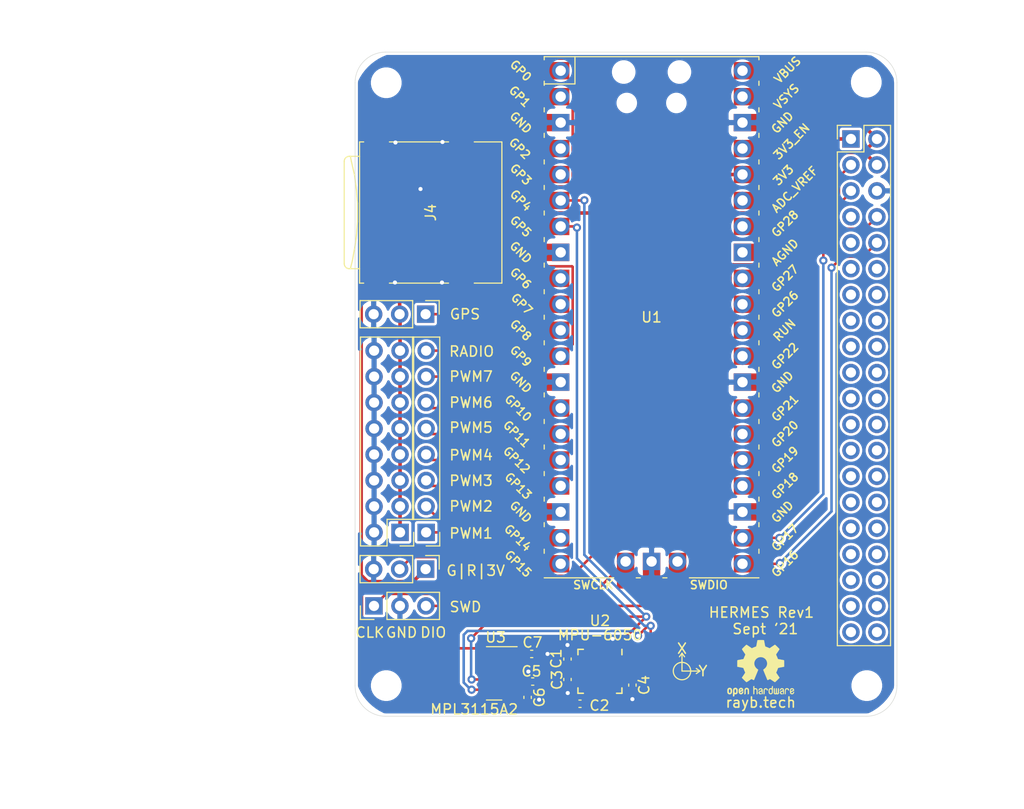
<source format=kicad_pcb>
(kicad_pcb (version 20171130) (host pcbnew "(5.1.10-1-10_14)")
  (layers (0 F.Cu signal) (31 B.Cu signal) (34 B.Paste user) (35 F.Paste user) (36 B.SilkS user) (37 F.SilkS user) (38 B.Mask user) (39 F.Mask user) (44 Edge.Cuts user))
  (net 0 "")
  (net 1 "Net-(U1-Pad24)")
  (net 2 "Net-(U1-Pad25)")
  (net 3 "Net-(U1-Pad26)")
  (net 4 "Net-(U1-Pad27)")
  (net 5 "Net-(U1-Pad29)")
  (net 6 "Net-(U1-Pad33)")
  (net 7 "Net-(U1-Pad34)")
  (net 8 "Net-(U1-Pad35)")
  (net 9 "Net-(U1-Pad37)")
  (net 10 "Net-(U1-Pad39)")
  (net 11 "Net-(J2-Pad40)")
  (net 12 "Net-(J2-Pad39)")
  (net 13 "Net-(J2-Pad38)")
  (net 14 "Net-(J2-Pad37)")
  (net 15 "Net-(J2-Pad36)")
  (net 16 "Net-(J2-Pad35)")
  (net 17 "Net-(J2-Pad34)")
  (net 18 "Net-(J2-Pad33)")
  (net 19 "Net-(J2-Pad32)")
  (net 20 "Net-(J2-Pad31)")
  (net 21 "Net-(J2-Pad30)")
  (net 22 "Net-(J2-Pad29)")
  (net 23 "Net-(J2-Pad28)")
  (net 24 "Net-(J2-Pad27)")
  (net 25 "Net-(J2-Pad26)")
  (net 26 "Net-(J2-Pad25)")
  (net 27 "Net-(J2-Pad24)")
  (net 28 "Net-(J2-Pad23)")
  (net 29 "Net-(J2-Pad22)")
  (net 30 "Net-(J2-Pad21)")
  (net 31 "Net-(J2-Pad20)")
  (net 32 "Net-(J2-Pad19)")
  (net 33 "Net-(J2-Pad18)")
  (net 34 "Net-(J2-Pad17)")
  (net 35 "Net-(J2-Pad16)")
  (net 36 "Net-(J2-Pad15)")
  (net 37 "Net-(J2-Pad14)")
  (net 38 "Net-(J2-Pad13)")
  (net 39 "Net-(J2-Pad12)")
  (net 40 "Net-(J2-Pad11)")
  (net 41 "Net-(J2-Pad9)")
  (net 42 "Net-(J2-Pad7)")
  (net 43 FC_RADIO)
  (net 44 FC_PWM7)
  (net 45 FC_PWM6)
  (net 46 FC_PWM5)
  (net 47 FC_PWM4)
  (net 48 FC_PWM3)
  (net 49 FC_PWM2)
  (net 50 FC_PWM1)
  (net 51 FC_UART0_TX)
  (net 52 FC_UART0_RX)
  (net 53 GND)
  (net 54 FC_I2C1_SCL)
  (net 55 +5V)
  (net 56 FC_I2C1_SDA)
  (net 57 +3V3)
  (net 58 FC_RESET)
  (net 59 FC_I2C0_SCL)
  (net 60 FC_I2C0_SDA)
  (net 61 FC_UART1_RX)
  (net 62 FC_SPI0_MOSI)
  (net 63 FC_SPI0_SCK)
  (net 64 FC_SPI0_CS)
  (net 65 FC_SPI0_MISO)
  (net 66 "Net-(J4-Pad1)")
  (net 67 "Net-(J4-Pad8)")
  (net 68 "Net-(C3-Pad2)")
  (net 69 "Net-(C4-Pad2)")
  (net 70 "Net-(C5-Pad1)")
  (net 71 "Net-(U2-Pad12)")
  (net 72 "Net-(U2-Pad9)")
  (net 73 "Net-(U2-Pad7)")
  (net 74 "Net-(U2-Pad6)")
  (net 75 "Net-(U3-Pad6)")
  (net 76 "Net-(U3-Pad5)")
  (net 77 FC_SWDIO)
  (net 78 FC_SWCLK)
  (net 79 FC_UART1_TX)
  (module Symbol:OSHW-Logo2_7.3x6mm_SilkScreen (layer F.Cu) (at 256.175 116.8)
    (fp_text reference REF** hide)
    (fp_text value OSHW-Logo2_7.3x6mm_SilkScreen hide)
  )
  (module MountingHole:MountingHole_2.5mm (layer F.Cu) (at 219.55 118.5)
    (fp_text reference H4)
    (fp_text value MountingHole)
    (pad 1 np_thru_hole circle (at 0 0) (size 2.5 2.5) (drill 2.5) (layers *.Cu *.Mask))
  )
  (module MountingHole:MountingHole_2.5mm (layer F.Cu) (at 219.55 59.5)
    (fp_text reference H3)
    (fp_text value MountingHole)
    (pad 1 np_thru_hole circle (at 0 0) (size 2.5 2.5) (drill 2.5) (layers *.Cu *.Mask))
  )
  (module MountingHole:MountingHole_2.5mm (layer F.Cu) (at 266.55 118.5)
    (fp_text reference H2)
    (fp_text value MountingHole)
    (pad 1 np_thru_hole circle (at 0 0) (size 2.5 2.5) (drill 2.5) (layers *.Cu *.Mask))
  )
  (module MountingHole:MountingHole_2.5mm (layer F.Cu) (at 266.5 59.45)
    (fp_text reference H1)
    (fp_text value MountingHole)
    (pad 1 np_thru_hole circle (at 0 0) (size 2.5 2.5) (drill 2.5) (layers *.Cu *.Mask))
  )
  (module Connector_PinHeader_2.54mm:PinHeader_1x03_P2.54mm_Vertical (layer F.Cu) (at 218.35 110.7 90)
    (fp_text reference J7)
    (fp_text value SWD_DEBUG)
    (pad 3 thru_hole oval (at 0 5.08 90) (size 1.7 1.7) (drill 1) (layers *.Cu *.Mask) (net 77 FC_SWDIO))
    (pad 2 thru_hole oval (at 0 2.54 90) (size 1.7 1.7) (drill 1) (layers *.Cu *.Mask) (net 53 GND))
    (pad 1 thru_hole rect (at 0 0 90) (size 1.7 1.7) (drill 1) (layers *.Cu *.Mask) (net 78 FC_SWCLK))
  )
  (module Package_LGA:NXP_LGA-8_3x5mm_P1.25mm_H1.1mm (layer F.Cu) (at 230.85 117.3 180)
    (fp_text reference U3 (at 0.6 3.525) (layer F.SilkS))
    (fp_text value MPL3115A2 (at 2.7 -3.525) (layer F.SilkS))
    (pad 8 smd roundrect (at 1.15 -1.875 180) (size 1.2 0.5) (layers F.Cu F.Paste F.Mask) (net 59 FC_I2C0_SCL))
    (pad 7 smd roundrect (at 1.15 -0.625 180) (size 1.2 0.5) (layers F.Cu F.Paste F.Mask) (net 60 FC_I2C0_SDA))
    (pad 6 smd roundrect (at 1.15 0.625 180) (size 1.2 0.5) (layers F.Cu F.Paste F.Mask) (net 75 "Net-(U3-Pad6)"))
    (pad 5 smd roundrect (at 1.15 1.875 180) (size 1.2 0.5) (layers F.Cu F.Paste F.Mask) (net 76 "Net-(U3-Pad5)"))
    (pad 4 smd roundrect (at -1.15 1.875 180) (size 1.2 0.5) (layers F.Cu F.Paste F.Mask) (net 57 +3V3))
    (pad 3 smd roundrect (at -1.15 0.625 180) (size 1.2 0.5) (layers F.Cu F.Paste F.Mask) (net 53 GND))
    (pad 2 smd roundrect (at -1.15 -0.625 180) (size 1.2 0.5) (layers F.Cu F.Paste F.Mask) (net 70 "Net-(C5-Pad1)"))
    (pad 1 smd roundrect (at -1.15 -1.875 180) (size 1.2 0.5) (layers F.Cu F.Paste F.Mask) (net 57 +3V3))
  )
  (module Sensor_Motion:InvenSense_QFN-24_4x4mm_P0.5mm (layer F.Cu) (at 240.45 117.1 270)
    (fp_text reference U2 (at -4.95 0 180) (layer F.SilkS))
    (fp_text value MPU-6050 (at -3.55 0 180) (layer F.SilkS))
    (pad 24 smd roundrect (at -1.25 -1.95) (size 0.85 0.3) (layers F.Cu F.Paste F.Mask) (net 60 FC_I2C0_SDA))
    (pad 23 smd roundrect (at -0.75 -1.95) (size 0.85 0.3) (layers F.Cu F.Paste F.Mask) (net 59 FC_I2C0_SCL))
    (pad 22 smd roundrect (at -0.25 -1.95) (size 0.85 0.3) (layers F.Cu F.Paste F.Mask))
    (pad 21 smd roundrect (at 0.25 -1.95) (size 0.85 0.3) (layers F.Cu F.Paste F.Mask))
    (pad 20 smd roundrect (at 0.75 -1.95) (size 0.85 0.3) (layers F.Cu F.Paste F.Mask) (net 69 "Net-(C4-Pad2)"))
    (pad 19 smd roundrect (at 1.25 -1.95) (size 0.85 0.3) (layers F.Cu F.Paste F.Mask))
    (pad 18 smd roundrect (at 1.95 -1.25 270) (size 0.85 0.3) (layers F.Cu F.Paste F.Mask) (net 53 GND))
    (pad 17 smd roundrect (at 1.95 -0.75 270) (size 0.85 0.3) (layers F.Cu F.Paste F.Mask))
    (pad 16 smd roundrect (at 1.95 -0.25 270) (size 0.85 0.3) (layers F.Cu F.Paste F.Mask))
    (pad 15 smd roundrect (at 1.95 0.25 270) (size 0.85 0.3) (layers F.Cu F.Paste F.Mask))
    (pad 14 smd roundrect (at 1.95 0.75 270) (size 0.85 0.3) (layers F.Cu F.Paste F.Mask))
    (pad 13 smd roundrect (at 1.95 1.25 270) (size 0.85 0.3) (layers F.Cu F.Paste F.Mask) (net 57 +3V3))
    (pad 12 smd roundrect (at 1.25 1.95) (size 0.85 0.3) (layers F.Cu F.Paste F.Mask) (net 71 "Net-(U2-Pad12)"))
    (pad 11 smd roundrect (at 0.75 1.95) (size 0.85 0.3) (layers F.Cu F.Paste F.Mask) (net 53 GND))
    (pad 10 smd roundrect (at 0.25 1.95) (size 0.85 0.3) (layers F.Cu F.Paste F.Mask) (net 68 "Net-(C3-Pad2)"))
    (pad 9 smd roundrect (at -0.25 1.95) (size 0.85 0.3) (layers F.Cu F.Paste F.Mask) (net 72 "Net-(U2-Pad9)"))
    (pad 8 smd roundrect (at -0.75 1.95) (size 0.85 0.3) (layers F.Cu F.Paste F.Mask) (net 57 +3V3))
    (pad 7 smd roundrect (at -1.25 1.95) (size 0.85 0.3) (layers F.Cu F.Paste F.Mask) (net 73 "Net-(U2-Pad7)"))
    (pad 6 smd roundrect (at -1.95 1.25 270) (size 0.85 0.3) (layers F.Cu F.Paste F.Mask) (net 74 "Net-(U2-Pad6)"))
    (pad 5 smd roundrect (at -1.95 0.75 270) (size 0.85 0.3) (layers F.Cu F.Paste F.Mask))
    (pad 4 smd roundrect (at -1.95 0.25 270) (size 0.85 0.3) (layers F.Cu F.Paste F.Mask))
    (pad 3 smd roundrect (at -1.95 -0.25 270) (size 0.85 0.3) (layers F.Cu F.Paste F.Mask))
    (pad 2 smd roundrect (at -1.95 -0.75 270) (size 0.85 0.3) (layers F.Cu F.Paste F.Mask))
    (pad 1 smd roundrect (at -1.95 -1.25 270) (size 0.85 0.3) (layers F.Cu F.Paste F.Mask) (net 53 GND))
  )
  (module Connector_PinHeader_2.54mm:PinHeader_1x03_P2.54mm_Vertical (layer F.Cu) (at 223.4 107.1 270)
    (fp_text reference J6)
    (fp_text value RESET_HEADER)
    (pad 3 thru_hole oval (at 0 5.08 270) (size 1.7 1.7) (drill 1) (layers *.Cu *.Mask) (net 53 GND))
    (pad 2 thru_hole oval (at 0 2.54 270) (size 1.7 1.7) (drill 1) (layers *.Cu *.Mask) (net 58 FC_RESET))
    (pad 1 thru_hole rect (at 0 0 270) (size 1.7 1.7) (drill 1) (layers *.Cu *.Mask) (net 57 +3V3))
  )
  (module Connector_PinHeader_2.54mm:PinHeader_1x03_P2.54mm_Vertical (layer F.Cu) (at 223.4 82.15 270)
    (fp_text reference J5)
    (fp_text value GPS_HEADER)
    (pad 3 thru_hole oval (at 0 5.08 270) (size 1.7 1.7) (drill 1) (layers *.Cu *.Mask) (net 53 GND))
    (pad 2 thru_hole oval (at 0 2.54 270) (size 1.7 1.7) (drill 1) (layers *.Cu *.Mask) (net 55 +5V))
    (pad 1 thru_hole rect (at 0 0 270) (size 1.7 1.7) (drill 1) (layers *.Cu *.Mask) (net 61 FC_UART1_RX))
  )
  (module Capacitor_SMD:C_0402_1005Metric (layer F.Cu) (at 233.775 115.4)
    (fp_text reference C7 (at 0.075 -1.125) (layer F.SilkS))
    (fp_text value 0.1uF)
    (pad 2 smd roundrect (at 0.48 0) (size 0.56 0.62) (layers F.Cu F.Paste F.Mask) (net 53 GND))
    (pad 1 smd roundrect (at -0.48 0) (size 0.56 0.62) (layers F.Cu F.Paste F.Mask) (net 57 +3V3))
  )
  (module Capacitor_SMD:C_0402_1005Metric (layer F.Cu) (at 233.375 119.65 90)
    (fp_text reference C6 (at 0 1.15 90) (layer F.SilkS))
    (fp_text value 10uF)
    (pad 2 smd roundrect (at 0.48 0 90) (size 0.56 0.62) (layers F.Cu F.Paste F.Mask) (net 57 +3V3))
    (pad 1 smd roundrect (at -0.48 0 90) (size 0.56 0.62) (layers F.Cu F.Paste F.Mask) (net 53 GND))
  )
  (module Capacitor_SMD:C_0402_1005Metric (layer F.Cu) (at 233.875 118.1)
    (fp_text reference C5 (at -0.125 -1) (layer F.SilkS))
    (fp_text value 0.1uF)
    (pad 2 smd roundrect (at 0.48 0) (size 0.56 0.62) (layers F.Cu F.Paste F.Mask) (net 53 GND))
    (pad 1 smd roundrect (at -0.48 0) (size 0.56 0.62) (layers F.Cu F.Paste F.Mask) (net 70 "Net-(C5-Pad1)"))
  )
  (module Capacitor_SMD:C_0402_1005Metric (layer F.Cu) (at 243.625 118.45 90)
    (fp_text reference C4 (at 0 1.15 90) (layer F.SilkS))
    (fp_text value 2200pF)
    (pad 2 smd roundrect (at 0.48 0 90) (size 0.56 0.62) (layers F.Cu F.Paste F.Mask) (net 69 "Net-(C4-Pad2)"))
    (pad 1 smd roundrect (at -0.48 0 90) (size 0.56 0.62) (layers F.Cu F.Paste F.Mask) (net 53 GND))
  )
  (module Capacitor_SMD:C_0402_1005Metric (layer F.Cu) (at 237.275 117.9 90)
    (fp_text reference C3 (at -0.05 -1.025 90) (layer F.SilkS))
    (fp_text value 0.1uF)
    (pad 2 smd roundrect (at 0.48 0 90) (size 0.56 0.62) (layers F.Cu F.Paste F.Mask) (net 68 "Net-(C3-Pad2)"))
    (pad 1 smd roundrect (at -0.48 0 90) (size 0.56 0.62) (layers F.Cu F.Paste F.Mask) (net 53 GND))
  )
  (module Capacitor_SMD:C_0402_1005Metric (layer F.Cu) (at 238.5 120.275 180)
    (fp_text reference C2 (at -1.9 -0.175) (layer F.SilkS))
    (fp_text value 0.1uF)
    (pad 2 smd roundrect (at 0.48 0 180) (size 0.56 0.62) (layers F.Cu F.Paste F.Mask) (net 53 GND))
    (pad 1 smd roundrect (at -0.48 0 180) (size 0.56 0.62) (layers F.Cu F.Paste F.Mask) (net 57 +3V3))
  )
  (module Capacitor_SMD:C_0402_1005Metric (layer F.Cu) (at 237.275 115.9 270)
    (fp_text reference C1 (at -0.05 1.1 90) (layer F.SilkS))
    (fp_text value 0.1uF)
    (pad 2 smd roundrect (at 0.48 0 270) (size 0.56 0.62) (layers F.Cu F.Paste F.Mask) (net 57 +3V3))
    (pad 1 smd roundrect (at -0.48 0 270) (size 0.56 0.62) (layers F.Cu F.Paste F.Mask) (net 53 GND))
  )
  (module Connector_Card:microSD_HC_Wuerth_693072010801 (layer F.Cu) (at 222.75 72.2 90)
    (fp_text reference J4 (at 0 1.15 90) (layer F.SilkS))
    (fp_text value Micro_SD_Card)
    (pad 1 smd rect (at -3.2 -1.55 90) (size 0.8 1.5) (layers F.Cu F.Paste F.Mask) (net 66 "Net-(J4-Pad1)"))
    (pad 2 smd rect (at -2.1 -1.55 90) (size 0.8 1.5) (layers F.Cu F.Paste F.Mask) (net 64 FC_SPI0_CS))
    (pad 3 smd rect (at -1 -1.55 90) (size 0.8 1.5) (layers F.Cu F.Paste F.Mask) (net 62 FC_SPI0_MOSI))
    (pad 4 smd rect (at 0.1 -1.55 90) (size 0.8 1.5) (layers F.Cu F.Paste F.Mask) (net 57 +3V3))
    (pad 5 smd rect (at 1.2 -1.55 90) (size 0.8 1.5) (layers F.Cu F.Paste F.Mask) (net 63 FC_SPI0_SCK))
    (pad 6 smd rect (at 2.3 -1.55 90) (size 0.8 1.5) (layers F.Cu F.Paste F.Mask) (net 53 GND))
    (pad 7 smd rect (at 3.4 -1.55 90) (size 0.8 1.5) (layers F.Cu F.Paste F.Mask) (net 65 FC_SPI0_MISO))
    (pad 8 smd rect (at 4.5 -1.55 90) (size 0.8 1.5) (layers F.Cu F.Paste F.Mask) (net 67 "Net-(J4-Pad8)"))
    (pad 9 smd rect (at 6.875 4.15 90) (size 1.45 2) (layers F.Cu F.Paste F.Mask) (net 53 GND))
    (pad 9 smd rect (at -6.875 4.15 90) (size 1.45 2) (layers F.Cu F.Paste F.Mask) (net 53 GND))
    (pad 9 smd rect (at -6.875 -4.15 90) (size 1.45 2) (layers F.Cu F.Paste F.Mask) (net 53 GND))
    (pad 9 smd rect (at 6.875 -4.15 90) (size 1.45 2) (layers F.Cu F.Paste F.Mask) (net 53 GND))
  )
  (module Connector_PinHeader_2.54mm:PinHeader_2x08_P2.54mm_Vertical (layer F.Cu) (at 220.9 103.5 180)
    (fp_text reference J3)
    (fp_text value Conn_02x08_Odd_Even)
    (pad 16 thru_hole oval (at 2.54 17.78 180) (size 1.7 1.7) (drill 1) (layers *.Cu *.Mask) (net 53 GND))
    (pad 15 thru_hole oval (at 0 17.78 180) (size 1.7 1.7) (drill 1) (layers *.Cu *.Mask) (net 55 +5V))
    (pad 14 thru_hole oval (at 2.54 15.24 180) (size 1.7 1.7) (drill 1) (layers *.Cu *.Mask) (net 53 GND))
    (pad 13 thru_hole oval (at 0 15.24 180) (size 1.7 1.7) (drill 1) (layers *.Cu *.Mask) (net 55 +5V))
    (pad 12 thru_hole oval (at 2.54 12.7 180) (size 1.7 1.7) (drill 1) (layers *.Cu *.Mask) (net 53 GND))
    (pad 11 thru_hole oval (at 0 12.7 180) (size 1.7 1.7) (drill 1) (layers *.Cu *.Mask) (net 55 +5V))
    (pad 10 thru_hole oval (at 2.54 10.16 180) (size 1.7 1.7) (drill 1) (layers *.Cu *.Mask) (net 53 GND))
    (pad 9 thru_hole oval (at 0 10.16 180) (size 1.7 1.7) (drill 1) (layers *.Cu *.Mask) (net 55 +5V))
    (pad 8 thru_hole oval (at 2.54 7.62 180) (size 1.7 1.7) (drill 1) (layers *.Cu *.Mask) (net 53 GND))
    (pad 7 thru_hole oval (at 0 7.62 180) (size 1.7 1.7) (drill 1) (layers *.Cu *.Mask) (net 55 +5V))
    (pad 6 thru_hole oval (at 2.54 5.08 180) (size 1.7 1.7) (drill 1) (layers *.Cu *.Mask) (net 53 GND))
    (pad 5 thru_hole oval (at 0 5.08 180) (size 1.7 1.7) (drill 1) (layers *.Cu *.Mask) (net 55 +5V))
    (pad 4 thru_hole oval (at 2.54 2.54 180) (size 1.7 1.7) (drill 1) (layers *.Cu *.Mask) (net 53 GND))
    (pad 3 thru_hole oval (at 0 2.54 180) (size 1.7 1.7) (drill 1) (layers *.Cu *.Mask) (net 55 +5V))
    (pad 2 thru_hole oval (at 2.54 0 180) (size 1.7 1.7) (drill 1) (layers *.Cu *.Mask) (net 53 GND))
    (pad 1 thru_hole rect (at 0 0 180) (size 1.7 1.7) (drill 1) (layers *.Cu *.Mask) (net 55 +5V))
  )
  (module Connector_PinHeader_2.54mm:PinHeader_2x20_P2.54mm_Vertical (layer F.Cu) (at 265 65)
    (fp_text reference J2)
    (fp_text value Conn_02x20_Odd_Even)
    (pad 40 thru_hole oval (at 2.54 48.26) (size 1.7 1.7) (drill 1) (layers *.Cu *.Mask) (net 11 "Net-(J2-Pad40)"))
    (pad 39 thru_hole oval (at 0 48.26) (size 1.7 1.7) (drill 1) (layers *.Cu *.Mask) (net 12 "Net-(J2-Pad39)"))
    (pad 38 thru_hole oval (at 2.54 45.72) (size 1.7 1.7) (drill 1) (layers *.Cu *.Mask) (net 13 "Net-(J2-Pad38)"))
    (pad 37 thru_hole oval (at 0 45.72) (size 1.7 1.7) (drill 1) (layers *.Cu *.Mask) (net 14 "Net-(J2-Pad37)"))
    (pad 36 thru_hole oval (at 2.54 43.18) (size 1.7 1.7) (drill 1) (layers *.Cu *.Mask) (net 15 "Net-(J2-Pad36)"))
    (pad 35 thru_hole oval (at 0 43.18) (size 1.7 1.7) (drill 1) (layers *.Cu *.Mask) (net 16 "Net-(J2-Pad35)"))
    (pad 34 thru_hole oval (at 2.54 40.64) (size 1.7 1.7) (drill 1) (layers *.Cu *.Mask) (net 17 "Net-(J2-Pad34)"))
    (pad 33 thru_hole oval (at 0 40.64) (size 1.7 1.7) (drill 1) (layers *.Cu *.Mask) (net 18 "Net-(J2-Pad33)"))
    (pad 32 thru_hole oval (at 2.54 38.1) (size 1.7 1.7) (drill 1) (layers *.Cu *.Mask) (net 19 "Net-(J2-Pad32)"))
    (pad 31 thru_hole oval (at 0 38.1) (size 1.7 1.7) (drill 1) (layers *.Cu *.Mask) (net 20 "Net-(J2-Pad31)"))
    (pad 30 thru_hole oval (at 2.54 35.56) (size 1.7 1.7) (drill 1) (layers *.Cu *.Mask) (net 21 "Net-(J2-Pad30)"))
    (pad 29 thru_hole oval (at 0 35.56) (size 1.7 1.7) (drill 1) (layers *.Cu *.Mask) (net 22 "Net-(J2-Pad29)"))
    (pad 28 thru_hole oval (at 2.54 33.02) (size 1.7 1.7) (drill 1) (layers *.Cu *.Mask) (net 23 "Net-(J2-Pad28)"))
    (pad 27 thru_hole oval (at 0 33.02) (size 1.7 1.7) (drill 1) (layers *.Cu *.Mask) (net 24 "Net-(J2-Pad27)"))
    (pad 26 thru_hole oval (at 2.54 30.48) (size 1.7 1.7) (drill 1) (layers *.Cu *.Mask) (net 25 "Net-(J2-Pad26)"))
    (pad 25 thru_hole oval (at 0 30.48) (size 1.7 1.7) (drill 1) (layers *.Cu *.Mask) (net 26 "Net-(J2-Pad25)"))
    (pad 24 thru_hole oval (at 2.54 27.94) (size 1.7 1.7) (drill 1) (layers *.Cu *.Mask) (net 27 "Net-(J2-Pad24)"))
    (pad 23 thru_hole oval (at 0 27.94) (size 1.7 1.7) (drill 1) (layers *.Cu *.Mask) (net 28 "Net-(J2-Pad23)"))
    (pad 22 thru_hole oval (at 2.54 25.4) (size 1.7 1.7) (drill 1) (layers *.Cu *.Mask) (net 29 "Net-(J2-Pad22)"))
    (pad 21 thru_hole oval (at 0 25.4) (size 1.7 1.7) (drill 1) (layers *.Cu *.Mask) (net 30 "Net-(J2-Pad21)"))
    (pad 20 thru_hole oval (at 2.54 22.86) (size 1.7 1.7) (drill 1) (layers *.Cu *.Mask) (net 31 "Net-(J2-Pad20)"))
    (pad 19 thru_hole oval (at 0 22.86) (size 1.7 1.7) (drill 1) (layers *.Cu *.Mask) (net 32 "Net-(J2-Pad19)"))
    (pad 18 thru_hole oval (at 2.54 20.32) (size 1.7 1.7) (drill 1) (layers *.Cu *.Mask) (net 33 "Net-(J2-Pad18)"))
    (pad 17 thru_hole oval (at 0 20.32) (size 1.7 1.7) (drill 1) (layers *.Cu *.Mask) (net 34 "Net-(J2-Pad17)"))
    (pad 16 thru_hole oval (at 2.54 17.78) (size 1.7 1.7) (drill 1) (layers *.Cu *.Mask) (net 35 "Net-(J2-Pad16)"))
    (pad 15 thru_hole oval (at 0 17.78) (size 1.7 1.7) (drill 1) (layers *.Cu *.Mask) (net 36 "Net-(J2-Pad15)"))
    (pad 14 thru_hole oval (at 2.54 15.24) (size 1.7 1.7) (drill 1) (layers *.Cu *.Mask) (net 37 "Net-(J2-Pad14)"))
    (pad 13 thru_hole oval (at 0 15.24) (size 1.7 1.7) (drill 1) (layers *.Cu *.Mask) (net 38 "Net-(J2-Pad13)"))
    (pad 12 thru_hole oval (at 2.54 12.7) (size 1.7 1.7) (drill 1) (layers *.Cu *.Mask) (net 39 "Net-(J2-Pad12)"))
    (pad 11 thru_hole oval (at 0 12.7) (size 1.7 1.7) (drill 1) (layers *.Cu *.Mask) (net 40 "Net-(J2-Pad11)"))
    (pad 10 thru_hole oval (at 2.54 10.16) (size 1.7 1.7) (drill 1) (layers *.Cu *.Mask) (net 51 FC_UART0_TX))
    (pad 9 thru_hole oval (at 0 10.16) (size 1.7 1.7) (drill 1) (layers *.Cu *.Mask) (net 41 "Net-(J2-Pad9)"))
    (pad 8 thru_hole oval (at 2.54 7.62) (size 1.7 1.7) (drill 1) (layers *.Cu *.Mask) (net 52 FC_UART0_RX))
    (pad 7 thru_hole oval (at 0 7.62) (size 1.7 1.7) (drill 1) (layers *.Cu *.Mask) (net 42 "Net-(J2-Pad7)"))
    (pad 6 thru_hole oval (at 2.54 5.08) (size 1.7 1.7) (drill 1) (layers *.Cu *.Mask) (net 53 GND))
    (pad 5 thru_hole oval (at 0 5.08) (size 1.7 1.7) (drill 1) (layers *.Cu *.Mask) (net 54 FC_I2C1_SCL))
    (pad 4 thru_hole oval (at 2.54 2.54) (size 1.7 1.7) (drill 1) (layers *.Cu *.Mask) (net 55 +5V))
    (pad 3 thru_hole oval (at 0 2.54) (size 1.7 1.7) (drill 1) (layers *.Cu *.Mask) (net 56 FC_I2C1_SDA))
    (pad 2 thru_hole oval (at 2.54 0) (size 1.7 1.7) (drill 1) (layers *.Cu *.Mask) (net 55 +5V))
    (pad 1 thru_hole rect (at 0 0) (size 1.7 1.7) (drill 1) (layers *.Cu *.Mask) (net 57 +3V3))
  )
  (module Connector_PinHeader_2.54mm:PinHeader_1x08_P2.54mm_Vertical (layer F.Cu) (at 223.45 103.5 180)
    (fp_text reference J1)
    (fp_text value Conn_01x08)
    (pad 8 thru_hole oval (at 0 17.78 180) (size 1.7 1.7) (drill 1) (layers *.Cu *.Mask) (net 43 FC_RADIO))
    (pad 7 thru_hole oval (at 0 15.24 180) (size 1.7 1.7) (drill 1) (layers *.Cu *.Mask) (net 44 FC_PWM7))
    (pad 6 thru_hole oval (at 0 12.7 180) (size 1.7 1.7) (drill 1) (layers *.Cu *.Mask) (net 45 FC_PWM6))
    (pad 5 thru_hole oval (at 0 10.16 180) (size 1.7 1.7) (drill 1) (layers *.Cu *.Mask) (net 46 FC_PWM5))
    (pad 4 thru_hole oval (at 0 7.62 180) (size 1.7 1.7) (drill 1) (layers *.Cu *.Mask) (net 47 FC_PWM4))
    (pad 3 thru_hole oval (at 0 5.08 180) (size 1.7 1.7) (drill 1) (layers *.Cu *.Mask) (net 48 FC_PWM3))
    (pad 2 thru_hole oval (at 0 2.54 180) (size 1.7 1.7) (drill 1) (layers *.Cu *.Mask) (net 49 FC_PWM2))
    (pad 1 thru_hole rect (at 0 0 180) (size 1.7 1.7) (drill 1) (layers *.Cu *.Mask) (net 50 FC_PWM1))
  )
  (module MCU_RaspberryPi_and_Boards:RPi_Pico_SMD_TH (layer F.Cu) (at 245.5 82.45)
    (fp_text reference U1 (at 0 0) (layer F.SilkS))
    (fp_text value Pico)
    (fp_text user SWDIO (at 5.6 26.2) (layer F.SilkS) (effects (font (size 0.8 0.8))))
    (fp_text user SWCLK (at -5.7 26.2) (layer F.SilkS) (effects (font (size 0.8 0.8))))
    (fp_text user AGND (at 13.054 -6.35 45) (layer F.SilkS) (effects (font (size 0.8 0.8))))
    (fp_text user GND (at 12.8 -19.05 45) (layer F.SilkS) (effects (font (size 0.8 0.8))))
    (fp_text user GND (at 12.8 6.35 45) (layer F.SilkS) (effects (font (size 0.8 0.8))))
    (fp_text user GND (at 12.8 19.05 45) (layer F.SilkS) (effects (font (size 0.8 0.8))))
    (fp_text user GND (at -12.8 19.05 135) (layer F.SilkS) (effects (font (size 0.8 0.8))))
    (fp_text user GND (at -12.8 6.35 135) (layer F.SilkS) (effects (font (size 0.8 0.8))))
    (fp_text user GND (at -12.8 -6.35 135) (layer F.SilkS) (effects (font (size 0.8 0.8))))
    (fp_text user GND (at -12.8 -19.05 135) (layer F.SilkS) (effects (font (size 0.8 0.8))))
    (fp_text user VBUS (at 13.3 -24.2 45) (layer F.SilkS) (effects (font (size 0.8 0.8))))
    (fp_text user VSYS (at 13.2 -21.59 45) (layer F.SilkS) (effects (font (size 0.8 0.8))))
    (fp_text user 3V3_EN (at 13.7 -17.2 45) (layer F.SilkS) (effects (font (size 0.8 0.8))))
    (fp_text user 3V3 (at 12.9 -13.9 45) (layer F.SilkS) (effects (font (size 0.8 0.8))))
    (fp_text user ADC_VREF (at 14 -12.5 45) (layer F.SilkS) (effects (font (size 0.8 0.8))))
    (fp_text user GP28 (at 13.054 -9.144 45) (layer F.SilkS) (effects (font (size 0.8 0.8))))
    (fp_text user GP27 (at 13.054 -3.8 45) (layer F.SilkS) (effects (font (size 0.8 0.8))))
    (fp_text user GP26 (at 13.054 -1.27 45) (layer F.SilkS) (effects (font (size 0.8 0.8))))
    (fp_text user RUN (at 13 1.27 45) (layer F.SilkS) (effects (font (size 0.8 0.8))))
    (fp_text user GP22 (at 13.054 3.81 45) (layer F.SilkS) (effects (font (size 0.8 0.8))))
    (fp_text user GP21 (at 13.054 8.9 45) (layer F.SilkS) (effects (font (size 0.8 0.8))))
    (fp_text user GP20 (at 13.054 11.43 45) (layer F.SilkS) (effects (font (size 0.8 0.8))))
    (fp_text user GP19 (at 13.054 13.97 45) (layer F.SilkS) (effects (font (size 0.8 0.8))))
    (fp_text user GP18 (at 13.054 16.51 45) (layer F.SilkS) (effects (font (size 0.8 0.8))))
    (fp_text user GP17 (at 13.054 21.59 45) (layer F.SilkS) (effects (font (size 0.8 0.8))))
    (fp_text user GP16 (at 13.054 24.13 45) (layer F.SilkS) (effects (font (size 0.8 0.8))))
    (fp_text user GP15 (at -13.054 24.13 135) (layer F.SilkS) (effects (font (size 0.8 0.8))))
    (fp_text user GP14 (at -13.1 21.59 135) (layer F.SilkS) (effects (font (size 0.8 0.8))))
    (fp_text user GP13 (at -13.054 16.51 135) (layer F.SilkS) (effects (font (size 0.8 0.8))))
    (fp_text user GP12 (at -13.2 13.97 135) (layer F.SilkS) (effects (font (size 0.8 0.8))))
    (fp_text user GP11 (at -13.2 11.43 135) (layer F.SilkS) (effects (font (size 0.8 0.8))))
    (fp_text user GP10 (at -13.054 8.89 135) (layer F.SilkS) (effects (font (size 0.8 0.8))))
    (fp_text user GP9 (at -12.8 3.81 135) (layer F.SilkS) (effects (font (size 0.8 0.8))))
    (fp_text user GP8 (at -12.8 1.27 135) (layer F.SilkS) (effects (font (size 0.8 0.8))))
    (fp_text user GP7 (at -12.7 -1.3 135) (layer F.SilkS) (effects (font (size 0.8 0.8))))
    (fp_text user GP6 (at -12.8 -3.81 135) (layer F.SilkS) (effects (font (size 0.8 0.8))))
    (fp_text user GP5 (at -12.8 -8.89 135) (layer F.SilkS) (effects (font (size 0.8 0.8))))
    (fp_text user GP4 (at -12.8 -11.43 135) (layer F.SilkS) (effects (font (size 0.8 0.8))))
    (fp_text user GP3 (at -12.8 -13.97 135) (layer F.SilkS) (effects (font (size 0.8 0.8))))
    (fp_text user GP0 (at -12.8 -24.13 135) (layer F.SilkS) (effects (font (size 0.8 0.8))))
    (fp_text user GP2 (at -12.9 -16.51 135) (layer F.SilkS) (effects (font (size 0.8 0.8))))
    (fp_text user GP1 (at -12.9 -21.6 135) (layer F.SilkS) (effects (font (size 0.8 0.8))))
    (pad 43 thru_hole oval (at 2.54 23.9) (size 1.7 1.7) (drill 1.02) (layers *.Cu *.Mask) (net 77 FC_SWDIO))
    (pad 43 smd rect (at 2.54 23.9 90) (size 3.5 1.7) (drill (offset -0.9 0)) (layers F.Cu F.Mask) (net 77 FC_SWDIO))
    (pad 42 thru_hole rect (at 0 23.9) (size 1.7 1.7) (drill 1.02) (layers *.Cu *.Mask) (net 53 GND))
    (pad 42 smd rect (at 0 23.9 90) (size 3.5 1.7) (drill (offset -0.9 0)) (layers F.Cu F.Mask) (net 53 GND))
    (pad 41 thru_hole oval (at -2.54 23.9) (size 1.7 1.7) (drill 1.02) (layers *.Cu *.Mask) (net 78 FC_SWCLK))
    (pad 41 smd rect (at -2.54 23.9 90) (size 3.5 1.7) (drill (offset -0.9 0)) (layers F.Cu F.Mask) (net 78 FC_SWCLK))
    (pad "" np_thru_hole oval (at 2.425 -20.97) (size 1.5 1.5) (drill 1.5) (layers *.Cu *.Mask))
    (pad "" np_thru_hole oval (at -2.425 -20.97) (size 1.5 1.5) (drill 1.5) (layers *.Cu *.Mask))
    (pad "" np_thru_hole oval (at 2.725 -24) (size 1.8 1.8) (drill 1.8) (layers *.Cu *.Mask))
    (pad "" np_thru_hole oval (at -2.725 -24) (size 1.8 1.8) (drill 1.8) (layers *.Cu *.Mask))
    (pad 21 smd rect (at 8.89 24.13) (size 3.5 1.7) (drill (offset 0.9 0)) (layers F.Cu F.Mask) (net 51 FC_UART0_TX))
    (pad 22 smd rect (at 8.89 21.59) (size 3.5 1.7) (drill (offset 0.9 0)) (layers F.Cu F.Mask) (net 52 FC_UART0_RX))
    (pad 23 smd rect (at 8.89 19.05) (size 3.5 1.7) (drill (offset 0.9 0)) (layers F.Cu F.Mask) (net 53 GND))
    (pad 24 smd rect (at 8.89 16.51) (size 3.5 1.7) (drill (offset 0.9 0)) (layers F.Cu F.Mask) (net 1 "Net-(U1-Pad24)"))
    (pad 25 smd rect (at 8.89 13.97) (size 3.5 1.7) (drill (offset 0.9 0)) (layers F.Cu F.Mask) (net 2 "Net-(U1-Pad25)"))
    (pad 26 smd rect (at 8.89 11.43) (size 3.5 1.7) (drill (offset 0.9 0)) (layers F.Cu F.Mask) (net 3 "Net-(U1-Pad26)"))
    (pad 27 smd rect (at 8.89 8.89) (size 3.5 1.7) (drill (offset 0.9 0)) (layers F.Cu F.Mask) (net 4 "Net-(U1-Pad27)"))
    (pad 28 smd rect (at 8.89 6.35) (size 3.5 1.7) (drill (offset 0.9 0)) (layers F.Cu F.Mask) (net 53 GND))
    (pad 29 smd rect (at 8.89 3.81) (size 3.5 1.7) (drill (offset 0.9 0)) (layers F.Cu F.Mask) (net 5 "Net-(U1-Pad29)"))
    (pad 30 smd rect (at 8.89 1.27) (size 3.5 1.7) (drill (offset 0.9 0)) (layers F.Cu F.Mask) (net 58 FC_RESET))
    (pad 31 smd rect (at 8.89 -1.27) (size 3.5 1.7) (drill (offset 0.9 0)) (layers F.Cu F.Mask) (net 56 FC_I2C1_SDA))
    (pad 32 smd rect (at 8.89 -3.81) (size 3.5 1.7) (drill (offset 0.9 0)) (layers F.Cu F.Mask) (net 54 FC_I2C1_SCL))
    (pad 33 smd rect (at 8.89 -6.35) (size 3.5 1.7) (drill (offset 0.9 0)) (layers F.Cu F.Mask) (net 6 "Net-(U1-Pad33)"))
    (pad 34 smd rect (at 8.89 -8.89) (size 3.5 1.7) (drill (offset 0.9 0)) (layers F.Cu F.Mask) (net 7 "Net-(U1-Pad34)"))
    (pad 35 smd rect (at 8.89 -11.43) (size 3.5 1.7) (drill (offset 0.9 0)) (layers F.Cu F.Mask) (net 8 "Net-(U1-Pad35)"))
    (pad 36 smd rect (at 8.89 -13.97) (size 3.5 1.7) (drill (offset 0.9 0)) (layers F.Cu F.Mask) (net 57 +3V3))
    (pad 37 smd rect (at 8.89 -16.51) (size 3.5 1.7) (drill (offset 0.9 0)) (layers F.Cu F.Mask) (net 9 "Net-(U1-Pad37)"))
    (pad 38 smd rect (at 8.89 -19.05) (size 3.5 1.7) (drill (offset 0.9 0)) (layers F.Cu F.Mask) (net 53 GND))
    (pad 39 smd rect (at 8.89 -21.59) (size 3.5 1.7) (drill (offset 0.9 0)) (layers F.Cu F.Mask) (net 10 "Net-(U1-Pad39)"))
    (pad 40 smd rect (at 8.89 -24.13) (size 3.5 1.7) (drill (offset 0.9 0)) (layers F.Cu F.Mask) (net 55 +5V))
    (pad 20 smd rect (at -8.89 24.13) (size 3.5 1.7) (drill (offset -0.9 0)) (layers F.Cu F.Mask) (net 50 FC_PWM1))
    (pad 19 smd rect (at -8.89 21.59) (size 3.5 1.7) (drill (offset -0.9 0)) (layers F.Cu F.Mask) (net 49 FC_PWM2))
    (pad 18 smd rect (at -8.89 19.05) (size 3.5 1.7) (drill (offset -0.9 0)) (layers F.Cu F.Mask) (net 53 GND))
    (pad 17 smd rect (at -8.89 16.51) (size 3.5 1.7) (drill (offset -0.9 0)) (layers F.Cu F.Mask) (net 48 FC_PWM3))
    (pad 16 smd rect (at -8.89 13.97) (size 3.5 1.7) (drill (offset -0.9 0)) (layers F.Cu F.Mask) (net 47 FC_PWM4))
    (pad 15 smd rect (at -8.89 11.43) (size 3.5 1.7) (drill (offset -0.9 0)) (layers F.Cu F.Mask) (net 46 FC_PWM5))
    (pad 14 smd rect (at -8.89 8.89) (size 3.5 1.7) (drill (offset -0.9 0)) (layers F.Cu F.Mask) (net 45 FC_PWM6))
    (pad 13 smd rect (at -8.89 6.35) (size 3.5 1.7) (drill (offset -0.9 0)) (layers F.Cu F.Mask) (net 53 GND))
    (pad 12 smd rect (at -8.89 3.81) (size 3.5 1.7) (drill (offset -0.9 0)) (layers F.Cu F.Mask) (net 61 FC_UART1_RX))
    (pad 11 smd rect (at -8.89 1.27) (size 3.5 1.7) (drill (offset -0.9 0)) (layers F.Cu F.Mask) (net 79 FC_UART1_TX))
    (pad 10 smd rect (at -8.89 -1.27) (size 3.5 1.7) (drill (offset -0.9 0)) (layers F.Cu F.Mask) (net 44 FC_PWM7))
    (pad 9 smd rect (at -8.89 -3.81) (size 3.5 1.7) (drill (offset -0.9 0)) (layers F.Cu F.Mask) (net 43 FC_RADIO))
    (pad 8 smd rect (at -8.89 -6.35) (size 3.5 1.7) (drill (offset -0.9 0)) (layers F.Cu F.Mask) (net 53 GND))
    (pad 7 smd rect (at -8.89 -8.89) (size 3.5 1.7) (drill (offset -0.9 0)) (layers F.Cu F.Mask) (net 59 FC_I2C0_SCL))
    (pad 6 smd rect (at -8.89 -11.43) (size 3.5 1.7) (drill (offset -0.9 0)) (layers F.Cu F.Mask) (net 60 FC_I2C0_SDA))
    (pad 5 smd rect (at -8.89 -13.97) (size 3.5 1.7) (drill (offset -0.9 0)) (layers F.Cu F.Mask) (net 62 FC_SPI0_MOSI))
    (pad 4 smd rect (at -8.89 -16.51) (size 3.5 1.7) (drill (offset -0.9 0)) (layers F.Cu F.Mask) (net 63 FC_SPI0_SCK))
    (pad 3 smd rect (at -8.89 -19.05) (size 3.5 1.7) (drill (offset -0.9 0)) (layers F.Cu F.Mask) (net 53 GND))
    (pad 2 smd rect (at -8.89 -21.59) (size 3.5 1.7) (drill (offset -0.9 0)) (layers F.Cu F.Mask) (net 64 FC_SPI0_CS))
    (pad 1 smd rect (at -8.89 -24.13) (size 3.5 1.7) (drill (offset -0.9 0)) (layers F.Cu F.Mask) (net 65 FC_SPI0_MISO))
    (pad 40 thru_hole oval (at 8.89 -24.13) (size 1.7 1.7) (drill 1.02) (layers *.Cu *.Mask) (net 55 +5V))
    (pad 39 thru_hole oval (at 8.89 -21.59) (size 1.7 1.7) (drill 1.02) (layers *.Cu *.Mask) (net 10 "Net-(U1-Pad39)"))
    (pad 38 thru_hole rect (at 8.89 -19.05) (size 1.7 1.7) (drill 1.02) (layers *.Cu *.Mask) (net 53 GND))
    (pad 37 thru_hole oval (at 8.89 -16.51) (size 1.7 1.7) (drill 1.02) (layers *.Cu *.Mask) (net 9 "Net-(U1-Pad37)"))
    (pad 36 thru_hole oval (at 8.89 -13.97) (size 1.7 1.7) (drill 1.02) (layers *.Cu *.Mask) (net 57 +3V3))
    (pad 35 thru_hole oval (at 8.89 -11.43) (size 1.7 1.7) (drill 1.02) (layers *.Cu *.Mask) (net 8 "Net-(U1-Pad35)"))
    (pad 34 thru_hole oval (at 8.89 -8.89) (size 1.7 1.7) (drill 1.02) (layers *.Cu *.Mask) (net 7 "Net-(U1-Pad34)"))
    (pad 33 thru_hole rect (at 8.89 -6.35) (size 1.7 1.7) (drill 1.02) (layers *.Cu *.Mask) (net 6 "Net-(U1-Pad33)"))
    (pad 32 thru_hole oval (at 8.89 -3.81) (size 1.7 1.7) (drill 1.02) (layers *.Cu *.Mask) (net 54 FC_I2C1_SCL))
    (pad 31 thru_hole oval (at 8.89 -1.27) (size 1.7 1.7) (drill 1.02) (layers *.Cu *.Mask) (net 56 FC_I2C1_SDA))
    (pad 30 thru_hole oval (at 8.89 1.27) (size 1.7 1.7) (drill 1.02) (layers *.Cu *.Mask) (net 58 FC_RESET))
    (pad 29 thru_hole oval (at 8.89 3.81) (size 1.7 1.7) (drill 1.02) (layers *.Cu *.Mask) (net 5 "Net-(U1-Pad29)"))
    (pad 28 thru_hole rect (at 8.89 6.35) (size 1.7 1.7) (drill 1.02) (layers *.Cu *.Mask) (net 53 GND))
    (pad 27 thru_hole oval (at 8.89 8.89) (size 1.7 1.7) (drill 1.02) (layers *.Cu *.Mask) (net 4 "Net-(U1-Pad27)"))
    (pad 26 thru_hole oval (at 8.89 11.43) (size 1.7 1.7) (drill 1.02) (layers *.Cu *.Mask) (net 3 "Net-(U1-Pad26)"))
    (pad 25 thru_hole oval (at 8.89 13.97) (size 1.7 1.7) (drill 1.02) (layers *.Cu *.Mask) (net 2 "Net-(U1-Pad25)"))
    (pad 24 thru_hole oval (at 8.89 16.51) (size 1.7 1.7) (drill 1.02) (layers *.Cu *.Mask) (net 1 "Net-(U1-Pad24)"))
    (pad 23 thru_hole rect (at 8.89 19.05) (size 1.7 1.7) (drill 1.02) (layers *.Cu *.Mask) (net 53 GND))
    (pad 22 thru_hole oval (at 8.89 21.59) (size 1.7 1.7) (drill 1.02) (layers *.Cu *.Mask) (net 52 FC_UART0_RX))
    (pad 21 thru_hole oval (at 8.89 24.13) (size 1.7 1.7) (drill 1.02) (layers *.Cu *.Mask) (net 51 FC_UART0_TX))
    (pad 20 thru_hole oval (at -8.89 24.13) (size 1.7 1.7) (drill 1.02) (layers *.Cu *.Mask) (net 50 FC_PWM1))
    (pad 19 thru_hole oval (at -8.89 21.59) (size 1.7 1.7) (drill 1.02) (layers *.Cu *.Mask) (net 49 FC_PWM2))
    (pad 18 thru_hole rect (at -8.89 19.05) (size 1.7 1.7) (drill 1.02) (layers *.Cu *.Mask) (net 53 GND))
    (pad 17 thru_hole oval (at -8.89 16.51) (size 1.7 1.7) (drill 1.02) (layers *.Cu *.Mask) (net 48 FC_PWM3))
    (pad 16 thru_hole oval (at -8.89 13.97) (size 1.7 1.7) (drill 1.02) (layers *.Cu *.Mask) (net 47 FC_PWM4))
    (pad 15 thru_hole oval (at -8.89 11.43) (size 1.7 1.7) (drill 1.02) (layers *.Cu *.Mask) (net 46 FC_PWM5))
    (pad 14 thru_hole oval (at -8.89 8.89) (size 1.7 1.7) (drill 1.02) (layers *.Cu *.Mask) (net 45 FC_PWM6))
    (pad 13 thru_hole rect (at -8.89 6.35) (size 1.7 1.7) (drill 1.02) (layers *.Cu *.Mask) (net 53 GND))
    (pad 12 thru_hole oval (at -8.89 3.81) (size 1.7 1.7) (drill 1.02) (layers *.Cu *.Mask) (net 61 FC_UART1_RX))
    (pad 11 thru_hole oval (at -8.89 1.27) (size 1.7 1.7) (drill 1.02) (layers *.Cu *.Mask) (net 79 FC_UART1_TX))
    (pad 10 thru_hole oval (at -8.89 -1.27) (size 1.7 1.7) (drill 1.02) (layers *.Cu *.Mask) (net 44 FC_PWM7))
    (pad 9 thru_hole oval (at -8.89 -3.81) (size 1.7 1.7) (drill 1.02) (layers *.Cu *.Mask) (net 43 FC_RADIO))
    (pad 8 thru_hole rect (at -8.89 -6.35) (size 1.7 1.7) (drill 1.02) (layers *.Cu *.Mask) (net 53 GND))
    (pad 7 thru_hole oval (at -8.89 -8.89) (size 1.7 1.7) (drill 1.02) (layers *.Cu *.Mask) (net 59 FC_I2C0_SCL))
    (pad 6 thru_hole oval (at -8.89 -11.43) (size 1.7 1.7) (drill 1.02) (layers *.Cu *.Mask) (net 60 FC_I2C0_SDA))
    (pad 5 thru_hole oval (at -8.89 -13.97) (size 1.7 1.7) (drill 1.02) (layers *.Cu *.Mask) (net 62 FC_SPI0_MOSI))
    (pad 4 thru_hole oval (at -8.89 -16.51) (size 1.7 1.7) (drill 1.02) (layers *.Cu *.Mask) (net 63 FC_SPI0_SCK))
    (pad 3 thru_hole rect (at -8.89 -19.05) (size 1.7 1.7) (drill 1.02) (layers *.Cu *.Mask) (net 53 GND))
    (pad 2 thru_hole oval (at -8.89 -21.59) (size 1.7 1.7) (drill 1.02) (layers *.Cu *.Mask) (net 64 FC_SPI0_CS))
    (pad 1 thru_hole oval (at -8.89 -24.13) (size 1.7 1.7) (drill 1.02) (layers *.Cu *.Mask) (net 65 FC_SPI0_MISO))
  )
  (gr_text rayb.tech (at 256.175 120.15) (layer F.SilkS) (effects (font (size 1 1))))
  (gr_text Y (at 250.525 117.075) (layer F.SilkS) (effects (font (size 1 1))))
  (gr_circle (center 248.475 117.075) (end 249.125 116.525) (layer F.SilkS) (width 0.12))
  (gr_line (start 250.225 117.075) (end 248.475 117.075) (layer F.SilkS) (width 0.12))
  (gr_line (start 250.225 117.075) (end 249.875 116.825) (layer F.SilkS) (width 0.12))
  (gr_line (start 250.225 117.075) (end 249.875 117.325) (layer F.SilkS) (width 0.12))
  (gr_text "HERMES Rev1 \nSept '21" (at 256.625 112.15) (layer F.SilkS) (effects (font (size 1 1))))
  (gr_text X (at 248.475 114.875) (layer F.SilkS) (effects (font (size 1 1))))
  (gr_line (start 248.475 115.325) (end 248.725 115.675) (layer F.SilkS) (width 0.12))
  (gr_line (start 248.475 115.325) (end 248.225 115.675) (layer F.SilkS) (width 0.12))
  (gr_line (start 248.475 115.325) (end 248.475 117.075) (layer F.SilkS) (width 0.12))
  (gr_text SWD (at 227.3 110.8) (layer F.SilkS) (effects (font (size 1 1))))
  (gr_text GND (at 221.05 113.3) (layer F.SilkS) (effects (font (size 1 1))))
  (gr_text DIO (at 224.15 113.3) (layer F.SilkS) (effects (font (size 1 1))))
  (gr_text CLK (at 217.95 113.3) (layer F.SilkS) (effects (font (size 1 1))))
  (gr_text G|R|3V (at 228.3 107.25) (layer F.SilkS) (effects (font (size 1 1))))
  (gr_text PWM1 (at 227.85 103.6) (layer F.SilkS) (effects (font (size 1 1))))
  (gr_text PWM2 (at 227.85 100.95) (layer F.SilkS) (effects (font (size 1 1))))
  (gr_text PWM3 (at 227.85 98.45) (layer F.SilkS) (effects (font (size 1 1))))
  (gr_text PWM4 (at 227.85 95.95) (layer F.SilkS) (effects (font (size 1 1))))
  (gr_text PWM5 (at 227.85 93.25) (layer F.SilkS) (effects (font (size 1 1))))
  (gr_text PWM6 (at 227.85 90.8) (layer F.SilkS) (effects (font (size 1 1))))
  (gr_text PWM7 (at 227.85 88.25) (layer F.SilkS) (effects (font (size 1 1))))
  (gr_text RADIO (at 227.9 85.8) (layer F.SilkS) (effects (font (size 1 1))))
  (gr_text GPS (at 227.25 82.15) (layer F.SilkS) (effects (font (size 1 1))))
  (gr_arc (start 266.5 118.5) (end 266.5 121.5) (angle -90) (layer Edge.Cuts) (width 0.05))
  (gr_arc (start 266.5 59.5) (end 269.5 59.5) (angle -90) (layer Edge.Cuts) (width 0.05))
  (gr_arc (start 219.5 59.5) (end 219.5 56.5) (angle -90) (layer Edge.Cuts) (width 0.05))
  (gr_arc (start 219.5 118.5) (end 216.5 118.5) (angle -90) (layer Edge.Cuts) (width 0.05))
  (gr_line (start 269.5 59.5) (end 269.5 118.5) (layer Edge.Cuts) (width 0.05))
  (gr_line (start 219.5 56.5) (end 266.5 56.5) (layer Edge.Cuts) (width 0.05))
  (gr_line (start 216.5 118.5) (end 216.5 59.5) (layer Edge.Cuts) (width 0.05))
  (gr_line (start 266.5 121.5) (end 219.5 121.5) (layer Edge.Cuts) (width 0.05))
  (segment (start 227.984998 85.72) (end 223.45 85.72) (width 0.25) (layer F.Cu) (net 43))
  (segment (start 235.064998 78.64) (end 227.984998 85.72) (width 0.25) (layer F.Cu) (net 43))
  (segment (start 236.61 78.64) (end 235.064998 78.64) (width 0.25) (layer F.Cu) (net 43))
  (segment (start 227.984998 88.26) (end 223.45 88.26) (width 0.25) (layer F.Cu) (net 44))
  (segment (start 235.064998 81.18) (end 227.984998 88.26) (width 0.25) (layer F.Cu) (net 44))
  (segment (start 236.61 81.18) (end 235.064998 81.18) (width 0.25) (layer F.Cu) (net 44))
  (segment (start 223.99 91.34) (end 223.45 90.8) (width 0.25) (layer F.Cu) (net 45))
  (segment (start 236.61 91.34) (end 223.99 91.34) (width 0.25) (layer F.Cu) (net 45))
  (segment (start 223.99 93.88) (end 223.45 93.34) (width 0.25) (layer F.Cu) (net 46))
  (segment (start 236.61 93.88) (end 223.99 93.88) (width 0.25) (layer F.Cu) (net 46))
  (segment (start 223.99 96.42) (end 223.45 95.88) (width 0.25) (layer F.Cu) (net 47))
  (segment (start 236.61 96.42) (end 223.99 96.42) (width 0.25) (layer F.Cu) (net 47))
  (segment (start 223.99 98.96) (end 223.45 98.42) (width 0.25) (layer F.Cu) (net 48))
  (segment (start 236.61 98.96) (end 223.99 98.96) (width 0.25) (layer F.Cu) (net 48))
  (segment (start 226.53 104.04) (end 223.45 100.96) (width 0.25) (layer F.Cu) (net 49))
  (segment (start 236.61 104.04) (end 226.53 104.04) (width 0.25) (layer F.Cu) (net 49))
  (segment (start 236.61 106.58) (end 227.78 106.58) (width 0.25) (layer F.Cu) (net 50))
  (segment (start 224.7 103.5) (end 223.45 103.5) (width 0.25) (layer F.Cu) (net 50))
  (segment (start 227.78 106.58) (end 224.7 103.5) (width 0.25) (layer F.Cu) (net 50))
  (via (at 258.05 106.5) (size 0.8) (drill 0.4) (layers F.Cu B.Cu) (net 51))
  (segment (start 257.97 106.58) (end 258.05 106.5) (width 0.25) (layer F.Cu) (net 51))
  (segment (start 254.39 106.58) (end 257.97 106.58) (width 0.25) (layer F.Cu) (net 51))
  (via (at 263.1 77.6) (size 0.8) (drill 0.4) (layers F.Cu B.Cu) (net 51))
  (segment (start 263.1 101.45) (end 263.1 77.6) (width 0.25) (layer B.Cu) (net 51))
  (segment (start 258.05 106.5) (end 263.1 101.45) (width 0.25) (layer B.Cu) (net 51))
  (segment (start 266.175001 76.524999) (end 267.54 75.16) (width 0.25) (layer F.Cu) (net 51))
  (segment (start 264.175001 76.524999) (end 266.175001 76.524999) (width 0.25) (layer F.Cu) (net 51))
  (segment (start 263.1 77.6) (end 264.175001 76.524999) (width 0.25) (layer F.Cu) (net 51))
  (via (at 258 104.05) (size 0.8) (drill 0.4) (layers F.Cu B.Cu) (net 52))
  (segment (start 257.99 104.04) (end 258 104.05) (width 0.25) (layer F.Cu) (net 52))
  (segment (start 254.39 104.04) (end 257.99 104.04) (width 0.25) (layer F.Cu) (net 52))
  (via (at 262.3 76.9) (size 0.8) (drill 0.4) (layers F.Cu B.Cu) (net 52))
  (segment (start 262.3 99.75) (end 262.3 76.9) (width 0.25) (layer B.Cu) (net 52))
  (segment (start 258 104.05) (end 262.3 99.75) (width 0.25) (layer B.Cu) (net 52))
  (segment (start 266.364999 73.795001) (end 267.54 72.62) (width 0.25) (layer F.Cu) (net 52))
  (segment (start 264.625997 73.795001) (end 266.364999 73.795001) (width 0.25) (layer F.Cu) (net 52))
  (segment (start 262.3 76.120998) (end 264.625997 73.795001) (width 0.25) (layer F.Cu) (net 52))
  (segment (start 262.3 76.9) (end 262.3 76.120998) (width 0.25) (layer F.Cu) (net 52))
  (via (at 220.45 65.35) (size 0.8) (drill 0.4) (layers F.Cu B.Cu) (net 53))
  (segment (start 220.425 65.325) (end 220.45 65.35) (width 0.25) (layer F.Cu) (net 53))
  (segment (start 218.6 65.325) (end 220.425 65.325) (width 0.25) (layer F.Cu) (net 53))
  (via (at 220.4 79.05) (size 0.8) (drill 0.4) (layers F.Cu B.Cu) (net 53))
  (segment (start 220.375 79.075) (end 220.4 79.05) (width 0.25) (layer F.Cu) (net 53))
  (segment (start 218.6 79.075) (end 220.375 79.075) (width 0.25) (layer F.Cu) (net 53))
  (via (at 225 79.05) (size 0.8) (drill 0.4) (layers F.Cu B.Cu) (net 53))
  (segment (start 225.025 79.075) (end 225 79.05) (width 0.25) (layer F.Cu) (net 53))
  (segment (start 226.9 79.075) (end 225.025 79.075) (width 0.25) (layer F.Cu) (net 53))
  (via (at 225.05 65.3) (size 0.8) (drill 0.4) (layers F.Cu B.Cu) (net 53))
  (segment (start 225.075 65.325) (end 225.05 65.3) (width 0.25) (layer F.Cu) (net 53))
  (segment (start 226.9 65.325) (end 225.075 65.325) (width 0.25) (layer F.Cu) (net 53))
  (via (at 222.9 69.9) (size 0.8) (drill 0.4) (layers F.Cu B.Cu) (net 53))
  (segment (start 221.2 69.9) (end 222.9 69.9) (width 0.25) (layer F.Cu) (net 53))
  (segment (start 218.36 85.72) (end 218.36 88.26) (width 0.35) (layer F.Cu) (net 53))
  (segment (start 218.36 88.26) (end 218.36 90.8) (width 0.35) (layer F.Cu) (net 53))
  (segment (start 218.36 90.8) (end 218.36 93.34) (width 0.35) (layer F.Cu) (net 53))
  (segment (start 218.36 93.34) (end 218.36 95.88) (width 0.35) (layer F.Cu) (net 53))
  (segment (start 218.36 95.88) (end 218.36 98.42) (width 0.35) (layer F.Cu) (net 53))
  (segment (start 218.36 98.42) (end 218.36 100.96) (width 0.35) (layer F.Cu) (net 53))
  (segment (start 218.36 100.96) (end 218.36 103.5) (width 0.35) (layer F.Cu) (net 53))
  (via (at 237.275 114.525) (size 0.8) (drill 0.4) (layers F.Cu B.Cu) (net 53))
  (segment (start 237.275 115.42) (end 237.275 114.525) (width 0.25) (layer F.Cu) (net 53))
  (via (at 237.3 119.225) (size 0.8) (drill 0.4) (layers F.Cu B.Cu) (net 53))
  (segment (start 237.275 119.2) (end 237.3 119.225) (width 0.25) (layer F.Cu) (net 53))
  (segment (start 237.275 118.38) (end 237.275 119.2) (width 0.25) (layer F.Cu) (net 53))
  (segment (start 238.02 119.945) (end 237.3 119.225) (width 0.25) (layer F.Cu) (net 53))
  (segment (start 238.02 120.275) (end 238.02 119.945) (width 0.25) (layer F.Cu) (net 53))
  (segment (start 237.479298 118.38) (end 237.275 118.38) (width 0.25) (layer F.Cu) (net 53))
  (segment (start 238.009298 117.85) (end 237.479298 118.38) (width 0.25) (layer F.Cu) (net 53))
  (segment (start 238.5 117.85) (end 238.009298 117.85) (width 0.25) (layer F.Cu) (net 53))
  (segment (start 243.505 119.05) (end 243.625 118.93) (width 0.25) (layer F.Cu) (net 53))
  (segment (start 241.7 119.05) (end 243.505 119.05) (width 0.25) (layer F.Cu) (net 53))
  (via (at 243.625 119.825) (size 0.8) (drill 0.4) (layers F.Cu B.Cu) (net 53))
  (segment (start 243.625 118.93) (end 243.625 119.825) (width 0.25) (layer F.Cu) (net 53))
  (via (at 241.7 113.925) (size 0.8) (drill 0.4) (layers F.Cu B.Cu) (net 53))
  (segment (start 241.7 115.15) (end 241.7 113.925) (width 0.25) (layer F.Cu) (net 53))
  (via (at 233.45 117.125) (size 0.8) (drill 0.4) (layers F.Cu B.Cu) (net 53))
  (segment (start 232.45 117.125) (end 233.45 117.125) (width 0.25) (layer F.Cu) (net 53))
  (segment (start 232 116.675) (end 232.45 117.125) (width 0.25) (layer F.Cu) (net 53))
  (via (at 235.325 115.4) (size 0.8) (drill 0.4) (layers F.Cu B.Cu) (net 53))
  (segment (start 234.255 115.4) (end 235.325 115.4) (width 0.25) (layer F.Cu) (net 53))
  (segment (start 235.345 115.42) (end 235.325 115.4) (width 0.25) (layer F.Cu) (net 53))
  (segment (start 237.275 115.42) (end 235.345 115.42) (width 0.25) (layer F.Cu) (net 53))
  (segment (start 234.355 118.03) (end 233.45 117.125) (width 0.25) (layer F.Cu) (net 53))
  (segment (start 234.355 118.1) (end 234.355 118.03) (width 0.25) (layer F.Cu) (net 53))
  (via (at 234.5 119.875) (size 0.8) (drill 0.4) (layers F.Cu B.Cu) (net 53))
  (segment (start 234.355 119.73) (end 234.5 119.875) (width 0.25) (layer F.Cu) (net 53))
  (segment (start 234.355 118.1) (end 234.355 119.73) (width 0.25) (layer F.Cu) (net 53))
  (segment (start 234.245 120.13) (end 234.5 119.875) (width 0.25) (layer F.Cu) (net 53))
  (segment (start 233.375 120.13) (end 234.245 120.13) (width 0.25) (layer F.Cu) (net 53))
  (segment (start 265 70.211412) (end 265 70.08) (width 0.25) (layer F.Cu) (net 54))
  (segment (start 256.571412 78.64) (end 265 70.211412) (width 0.25) (layer F.Cu) (net 54))
  (segment (start 254.39 78.64) (end 256.571412 78.64) (width 0.25) (layer F.Cu) (net 54))
  (segment (start 220.9 85.72) (end 220.9 88.26) (width 0.35) (layer F.Cu) (net 55))
  (segment (start 220.9 88.26) (end 220.9 90.8) (width 0.35) (layer F.Cu) (net 55))
  (segment (start 220.9 90.8) (end 220.9 93.34) (width 0.35) (layer F.Cu) (net 55))
  (segment (start 220.9 93.34) (end 220.9 95.88) (width 0.35) (layer F.Cu) (net 55))
  (segment (start 220.9 95.88) (end 220.9 98.42) (width 0.35) (layer F.Cu) (net 55))
  (segment (start 220.9 98.42) (end 220.9 100.96) (width 0.35) (layer F.Cu) (net 55))
  (segment (start 220.9 82.19) (end 220.86 82.15) (width 0.35) (layer F.Cu) (net 55))
  (segment (start 220.9 85.72) (end 220.9 82.19) (width 0.35) (layer F.Cu) (net 55))
  (segment (start 266.314999 66.314999) (end 267.54 67.54) (width 0.35) (layer F.Cu) (net 55))
  (segment (start 264.411999 66.314999) (end 266.314999 66.314999) (width 0.35) (layer F.Cu) (net 55))
  (segment (start 220.86 82.15) (end 220.86 80.947919) (width 0.35) (layer F.Cu) (net 55))
  (segment (start 231.194988 74.80001) (end 233.749997 72.245001) (width 0.35) (layer F.Cu) (net 55))
  (segment (start 258.481997 72.245001) (end 264.411999 66.314999) (width 0.35) (layer F.Cu) (net 55))
  (segment (start 220.86 80.947919) (end 227.007909 74.80001) (width 0.35) (layer F.Cu) (net 55))
  (segment (start 233.749997 72.245001) (end 258.481997 72.245001) (width 0.35) (layer F.Cu) (net 55))
  (segment (start 227.007909 74.80001) (end 231.194988 74.80001) (width 0.35) (layer F.Cu) (net 55))
  (segment (start 266.314999 66.225001) (end 266.314999 66.314999) (width 0.35) (layer F.Cu) (net 55))
  (segment (start 267.54 65) (end 266.314999 66.225001) (width 0.35) (layer F.Cu) (net 55))
  (segment (start 260.86 58.32) (end 267.54 65) (width 0.35) (layer F.Cu) (net 55))
  (segment (start 254.39 58.32) (end 260.86 58.32) (width 0.35) (layer F.Cu) (net 55))
  (segment (start 220.9 100.96) (end 220.9 103.5) (width 0.35) (layer F.Cu) (net 55))
  (segment (start 263.824999 68.715001) (end 265 67.54) (width 0.25) (layer F.Cu) (net 56))
  (segment (start 263.824999 70.750003) (end 263.824999 68.715001) (width 0.25) (layer F.Cu) (net 56))
  (segment (start 257.300001 77.275001) (end 263.824999 70.750003) (width 0.25) (layer F.Cu) (net 56))
  (segment (start 253.469997 77.275001) (end 257.300001 77.275001) (width 0.25) (layer F.Cu) (net 56))
  (segment (start 253.214999 77.529999) (end 253.469997 77.275001) (width 0.25) (layer F.Cu) (net 56))
  (segment (start 253.214999 80.004999) (end 253.214999 77.529999) (width 0.25) (layer F.Cu) (net 56))
  (segment (start 254.39 81.18) (end 253.214999 80.004999) (width 0.25) (layer F.Cu) (net 56))
  (segment (start 220.6 72.1) (end 221.2 72.1) (width 0.35) (layer F.Cu) (net 57))
  (segment (start 220.074999 71.574999) (end 220.6 72.1) (width 0.35) (layer F.Cu) (net 57))
  (segment (start 229.979999 57.094999) (end 220.074999 66.999999) (width 0.35) (layer F.Cu) (net 57))
  (segment (start 237.835001 57.169999) (end 237.760001 57.094999) (width 0.35) (layer F.Cu) (net 57))
  (segment (start 237.835001 57.905003) (end 237.835001 57.169999) (width 0.35) (layer F.Cu) (net 57))
  (segment (start 220.074999 66.999999) (end 220.074999 71.574999) (width 0.35) (layer F.Cu) (net 57))
  (segment (start 248.409998 68.48) (end 237.835001 57.905003) (width 0.35) (layer F.Cu) (net 57))
  (segment (start 237.760001 57.094999) (end 229.979999 57.094999) (width 0.35) (layer F.Cu) (net 57))
  (segment (start 254.39 68.48) (end 248.409998 68.48) (width 0.35) (layer F.Cu) (net 57))
  (segment (start 222.174999 108.325001) (end 223.4 107.1) (width 0.35) (layer F.Cu) (net 57))
  (segment (start 217.731999 108.325001) (end 222.174999 108.325001) (width 0.35) (layer F.Cu) (net 57))
  (segment (start 217.094999 107.688001) (end 217.731999 108.325001) (width 0.35) (layer F.Cu) (net 57))
  (segment (start 217.094999 75.105001) (end 217.094999 107.688001) (width 0.35) (layer F.Cu) (net 57))
  (segment (start 220.1 72.1) (end 217.094999 75.105001) (width 0.35) (layer F.Cu) (net 57))
  (segment (start 221.2 72.1) (end 220.1 72.1) (width 0.35) (layer F.Cu) (net 57))
  (segment (start 265 65) (end 263.85 65) (width 0.35) (layer F.Cu) (net 57))
  (segment (start 260.37 68.48) (end 254.39 68.48) (width 0.35) (layer F.Cu) (net 57))
  (segment (start 263.85 65) (end 260.37 68.48) (width 0.35) (layer F.Cu) (net 57))
  (segment (start 239.2 120.055) (end 238.98 120.275) (width 0.25) (layer F.Cu) (net 57))
  (segment (start 239.2 119.05) (end 239.2 120.055) (width 0.25) (layer F.Cu) (net 57))
  (segment (start 237.305 116.35) (end 238.5 116.35) (width 0.25) (layer F.Cu) (net 57))
  (segment (start 237.275 116.38) (end 237.305 116.35) (width 0.25) (layer F.Cu) (net 57))
  (segment (start 231.42499 114.84999) (end 232 115.425) (width 0.25) (layer F.Cu) (net 57))
  (segment (start 220.214988 114.84999) (end 231.42499 114.84999) (width 0.25) (layer F.Cu) (net 57))
  (segment (start 217.174999 111.810001) (end 220.214988 114.84999) (width 0.25) (layer F.Cu) (net 57))
  (segment (start 217.174999 108.882001) (end 217.174999 111.810001) (width 0.25) (layer F.Cu) (net 57))
  (segment (start 217.731999 108.325001) (end 217.174999 108.882001) (width 0.25) (layer F.Cu) (net 57))
  (segment (start 232.955 116.38) (end 237.275 116.38) (width 0.25) (layer F.Cu) (net 57))
  (segment (start 232 115.425) (end 232.955 116.38) (width 0.25) (layer F.Cu) (net 57))
  (segment (start 238.98 120.585) (end 238.98 120.275) (width 0.25) (layer F.Cu) (net 57))
  (segment (start 238.65499 120.91001) (end 238.98 120.585) (width 0.25) (layer F.Cu) (net 57))
  (segment (start 237.03501 120.91001) (end 238.65499 120.91001) (width 0.25) (layer F.Cu) (net 57))
  (segment (start 236.574999 120.449999) (end 237.03501 120.91001) (width 0.25) (layer F.Cu) (net 57))
  (segment (start 236.574999 117.080001) (end 236.574999 120.449999) (width 0.25) (layer F.Cu) (net 57))
  (segment (start 237.275 116.38) (end 236.574999 117.080001) (width 0.25) (layer F.Cu) (net 57))
  (segment (start 231.07499 118.24999) (end 232 119.175) (width 0.25) (layer F.Cu) (net 57))
  (segment (start 231.07499 116.35001) (end 231.07499 118.24999) (width 0.25) (layer F.Cu) (net 57))
  (segment (start 232 115.425) (end 231.07499 116.35001) (width 0.25) (layer F.Cu) (net 57))
  (segment (start 232.025 115.4) (end 232 115.425) (width 0.25) (layer F.Cu) (net 57))
  (segment (start 233.295 115.4) (end 232.025 115.4) (width 0.25) (layer F.Cu) (net 57))
  (segment (start 233.37 119.175) (end 233.375 119.17) (width 0.25) (layer F.Cu) (net 57))
  (segment (start 232 119.175) (end 233.37 119.175) (width 0.25) (layer F.Cu) (net 57))
  (segment (start 237.720001 107.755001) (end 248.5 96.975002) (width 0.25) (layer F.Cu) (net 58))
  (segment (start 227.068591 107.755001) (end 237.720001 107.755001) (width 0.25) (layer F.Cu) (net 58))
  (segment (start 225.238589 105.924999) (end 227.068591 107.755001) (width 0.25) (layer F.Cu) (net 58))
  (segment (start 222.035001 105.924999) (end 225.238589 105.924999) (width 0.25) (layer F.Cu) (net 58))
  (segment (start 220.86 107.1) (end 222.035001 105.924999) (width 0.25) (layer F.Cu) (net 58))
  (segment (start 248.5 89.61) (end 254.39 83.72) (width 0.25) (layer F.Cu) (net 58))
  (segment (start 248.5 96.975002) (end 248.5 89.61) (width 0.25) (layer F.Cu) (net 58))
  (via (at 238.2 73.675) (size 0.8) (drill 0.4) (layers F.Cu B.Cu) (net 59))
  (segment (start 238.085 73.56) (end 238.2 73.675) (width 0.25) (layer F.Cu) (net 59))
  (segment (start 236.61 73.56) (end 238.085 73.56) (width 0.25) (layer F.Cu) (net 59))
  (segment (start 244.801813 112.649815) (end 245.411274 112.649815) (width 0.25) (layer B.Cu) (net 59))
  (via (at 245.411274 112.649815) (size 0.8) (drill 0.4) (layers F.Cu B.Cu) (net 59))
  (segment (start 238.2 106.048002) (end 244.801813 112.649815) (width 0.25) (layer B.Cu) (net 59))
  (segment (start 238.2 73.675) (end 238.2 106.048002) (width 0.25) (layer B.Cu) (net 59))
  (segment (start 245.411274 113.829428) (end 242.890702 116.35) (width 0.25) (layer F.Cu) (net 59))
  (segment (start 242.890702 116.35) (end 242.4 116.35) (width 0.25) (layer F.Cu) (net 59))
  (segment (start 245.411274 112.649815) (end 245.411274 113.829428) (width 0.25) (layer F.Cu) (net 59))
  (via (at 244.175 113.625) (size 0.8) (drill 0.4) (layers F.Cu B.Cu) (net 59))
  (segment (start 245.150185 112.649815) (end 244.175 113.625) (width 0.25) (layer F.Cu) (net 59))
  (segment (start 245.411274 112.649815) (end 245.150185 112.649815) (width 0.25) (layer F.Cu) (net 59))
  (via (at 227.9 118.900003) (size 0.8) (drill 0.4) (layers F.Cu B.Cu) (net 59))
  (segment (start 227.827001 118.900003) (end 227.9 118.900003) (width 0.25) (layer B.Cu) (net 59))
  (segment (start 227.124999 118.198001) (end 227.827001 118.900003) (width 0.25) (layer B.Cu) (net 59))
  (segment (start 227.124999 113.526999) (end 227.124999 118.198001) (width 0.25) (layer B.Cu) (net 59))
  (segment (start 227.501999 113.149999) (end 227.124999 113.526999) (width 0.25) (layer B.Cu) (net 59))
  (segment (start 243.699999 113.149999) (end 227.501999 113.149999) (width 0.25) (layer B.Cu) (net 59))
  (segment (start 244.175 113.625) (end 243.699999 113.149999) (width 0.25) (layer B.Cu) (net 59))
  (segment (start 229.425003 118.900003) (end 229.7 119.175) (width 0.25) (layer F.Cu) (net 59))
  (segment (start 227.9 118.900003) (end 229.425003 118.900003) (width 0.25) (layer F.Cu) (net 59))
  (via (at 238.925 71) (size 0.8) (drill 0.4) (layers F.Cu B.Cu) (net 60))
  (segment (start 238.905 71.02) (end 238.925 71) (width 0.25) (layer F.Cu) (net 60))
  (segment (start 236.61 71.02) (end 238.905 71.02) (width 0.25) (layer F.Cu) (net 60))
  (via (at 244.975 111.75) (size 0.8) (drill 0.4) (layers F.Cu B.Cu) (net 60))
  (segment (start 238.925 105.7) (end 244.975 111.75) (width 0.25) (layer B.Cu) (net 60))
  (segment (start 238.925 71) (end 238.925 105.7) (width 0.25) (layer B.Cu) (net 60))
  (segment (start 242.4 114.325) (end 242.4 115.85) (width 0.25) (layer F.Cu) (net 60))
  (segment (start 244.975 111.75) (end 242.4 114.325) (width 0.25) (layer F.Cu) (net 60))
  (via (at 227.85 113.875) (size 0.8) (drill 0.4) (layers F.Cu B.Cu) (net 60))
  (segment (start 229.975 111.75) (end 227.85 113.875) (width 0.25) (layer F.Cu) (net 60))
  (segment (start 244.975 111.75) (end 229.975 111.75) (width 0.25) (layer F.Cu) (net 60))
  (via (at 227.9 117.9) (size 0.8) (drill 0.4) (layers F.Cu B.Cu) (net 60))
  (segment (start 227.85 117.85) (end 227.9 117.9) (width 0.25) (layer B.Cu) (net 60))
  (segment (start 227.85 113.875) (end 227.85 117.85) (width 0.25) (layer B.Cu) (net 60))
  (segment (start 229.675 117.9) (end 229.7 117.925) (width 0.25) (layer F.Cu) (net 60))
  (segment (start 227.9 117.9) (end 229.675 117.9) (width 0.25) (layer F.Cu) (net 60))
  (segment (start 237.785001 77.529999) (end 237.785001 85.084999) (width 0.25) (layer F.Cu) (net 61))
  (segment (start 233.699999 77.464999) (end 237.720001 77.464999) (width 0.25) (layer F.Cu) (net 61))
  (segment (start 237.785001 85.084999) (end 236.61 86.26) (width 0.25) (layer F.Cu) (net 61))
  (segment (start 229.014998 82.15) (end 233.699999 77.464999) (width 0.25) (layer F.Cu) (net 61))
  (segment (start 237.720001 77.464999) (end 237.785001 77.529999) (width 0.25) (layer F.Cu) (net 61))
  (segment (start 223.4 82.15) (end 229.014998 82.15) (width 0.25) (layer F.Cu) (net 61))
  (segment (start 221.2 73.2) (end 226.35 73.2) (width 0.25) (layer F.Cu) (net 62))
  (segment (start 231.07 68.48) (end 236.61 68.48) (width 0.25) (layer F.Cu) (net 62))
  (segment (start 226.35 73.2) (end 231.07 68.48) (width 0.25) (layer F.Cu) (net 62))
  (segment (start 221.2 71) (end 226.25 71) (width 0.25) (layer F.Cu) (net 63))
  (segment (start 231.31 65.94) (end 236.61 65.94) (width 0.25) (layer F.Cu) (net 63))
  (segment (start 226.25 71) (end 231.31 65.94) (width 0.25) (layer F.Cu) (net 63))
  (segment (start 237.785001 62.035001) (end 236.61 60.86) (width 0.25) (layer F.Cu) (net 64))
  (segment (start 237.785001 69.590001) (end 237.785001 62.035001) (width 0.25) (layer F.Cu) (net 64))
  (segment (start 237.720001 69.655001) (end 237.785001 69.590001) (width 0.25) (layer F.Cu) (net 64))
  (segment (start 233.844999 69.655001) (end 237.720001 69.655001) (width 0.25) (layer F.Cu) (net 64))
  (segment (start 229.2 74.3) (end 233.844999 69.655001) (width 0.25) (layer F.Cu) (net 64))
  (segment (start 221.2 74.3) (end 229.2 74.3) (width 0.25) (layer F.Cu) (net 64))
  (segment (start 235.064998 58.32) (end 236.61 58.32) (width 0.25) (layer F.Cu) (net 65))
  (segment (start 233.634999 59.749999) (end 235.064998 58.32) (width 0.25) (layer F.Cu) (net 65))
  (segment (start 233.634999 60.900003) (end 233.634999 59.749999) (width 0.25) (layer F.Cu) (net 65))
  (segment (start 225.735002 68.8) (end 233.634999 60.900003) (width 0.25) (layer F.Cu) (net 65))
  (segment (start 221.2 68.8) (end 225.735002 68.8) (width 0.25) (layer F.Cu) (net 65))
  (segment (start 237.345 117.35) (end 238.5 117.35) (width 0.25) (layer F.Cu) (net 68))
  (segment (start 237.275 117.42) (end 237.345 117.35) (width 0.25) (layer F.Cu) (net 68))
  (segment (start 243.505 117.85) (end 243.625 117.97) (width 0.25) (layer F.Cu) (net 69))
  (segment (start 242.4 117.85) (end 243.505 117.85) (width 0.25) (layer F.Cu) (net 69))
  (segment (start 232.175 118.1) (end 232 117.925) (width 0.25) (layer F.Cu) (net 70))
  (segment (start 233.395 118.1) (end 232.175 118.1) (width 0.25) (layer F.Cu) (net 70))
  (segment (start 245.235002 110.7) (end 223.43 110.7) (width 0.25) (layer F.Cu) (net 77))
  (segment (start 248.04 107.895002) (end 245.235002 110.7) (width 0.25) (layer F.Cu) (net 77))
  (segment (start 248.04 106.35) (end 248.04 107.895002) (width 0.25) (layer F.Cu) (net 77))
  (segment (start 219.525001 109.524999) (end 218.35 110.7) (width 0.25) (layer F.Cu) (net 78))
  (segment (start 239.785001 109.524999) (end 219.525001 109.524999) (width 0.25) (layer F.Cu) (net 78))
  (segment (start 242.96 106.35) (end 239.785001 109.524999) (width 0.25) (layer F.Cu) (net 78))
  (zone (net 53) (net_name GND) (layer B.Cu) (connect_pads thru_hole_only (clearance 0.254)) (min_thickness 0.254) (fill yes (arc_segments 32) (thermal_gap 0.508) (thermal_bridge_width 0.508) (smoothing fillet) (radius 5))
    (polygon (pts (xy 269.65 121.65) (xy 216.4 121.65) (xy 216.3 56.5) (xy 269.7 56.25)))
  )
)
</source>
